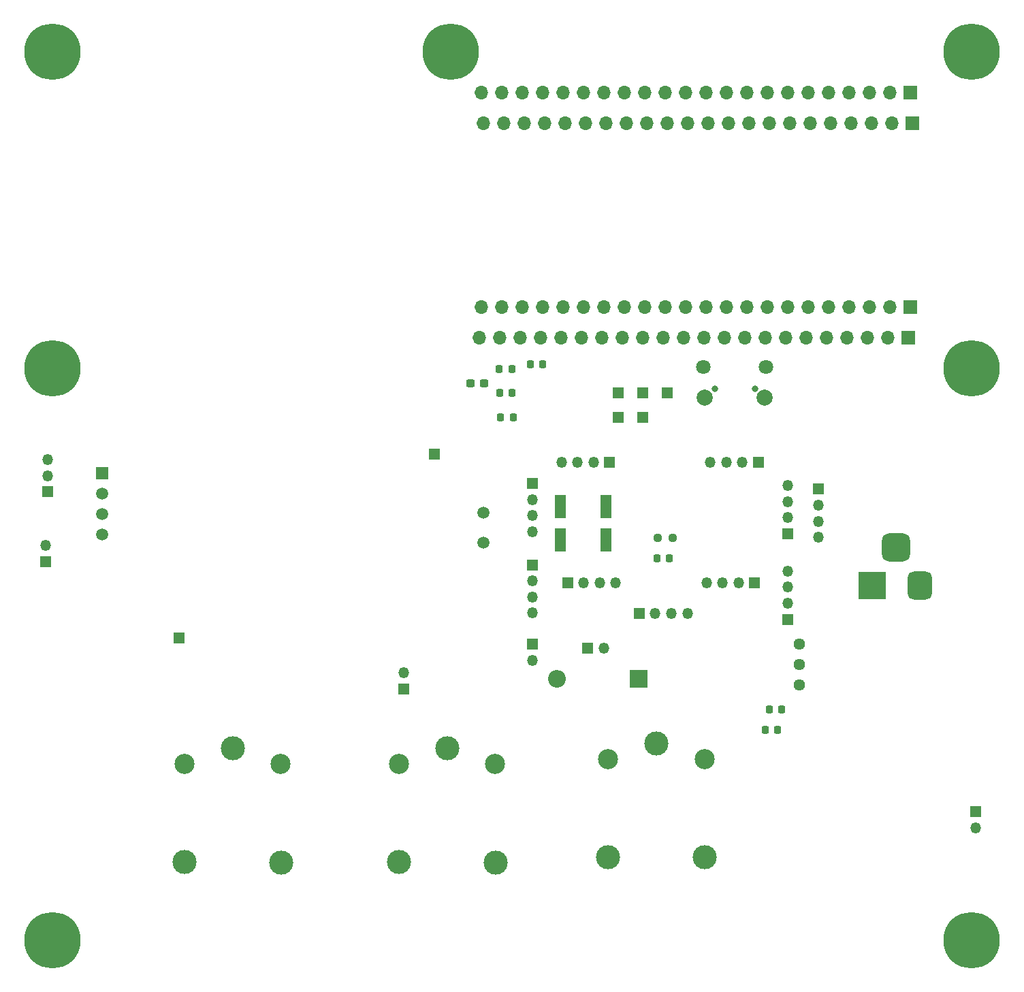
<source format=gbr>
%TF.GenerationSoftware,KiCad,Pcbnew,8.0.4*%
%TF.CreationDate,2024-10-02T08:39:37+07:00*%
%TF.ProjectId,Schematic_editted,53636865-6d61-4746-9963-5f6564697474,rev?*%
%TF.SameCoordinates,Original*%
%TF.FileFunction,Soldermask,Bot*%
%TF.FilePolarity,Negative*%
%FSLAX46Y46*%
G04 Gerber Fmt 4.6, Leading zero omitted, Abs format (unit mm)*
G04 Created by KiCad (PCBNEW 8.0.4) date 2024-10-02 08:39:37*
%MOMM*%
%LPD*%
G01*
G04 APERTURE LIST*
G04 Aperture macros list*
%AMRoundRect*
0 Rectangle with rounded corners*
0 $1 Rounding radius*
0 $2 $3 $4 $5 $6 $7 $8 $9 X,Y pos of 4 corners*
0 Add a 4 corners polygon primitive as box body*
4,1,4,$2,$3,$4,$5,$6,$7,$8,$9,$2,$3,0*
0 Add four circle primitives for the rounded corners*
1,1,$1+$1,$2,$3*
1,1,$1+$1,$4,$5*
1,1,$1+$1,$6,$7*
1,1,$1+$1,$8,$9*
0 Add four rect primitives between the rounded corners*
20,1,$1+$1,$2,$3,$4,$5,0*
20,1,$1+$1,$4,$5,$6,$7,0*
20,1,$1+$1,$6,$7,$8,$9,0*
20,1,$1+$1,$8,$9,$2,$3,0*%
G04 Aperture macros list end*
%ADD10R,1.350000X1.350000*%
%ADD11O,1.350000X1.350000*%
%ADD12R,1.500000X1.500000*%
%ADD13C,1.500000*%
%ADD14C,0.800000*%
%ADD15C,1.800000*%
%ADD16C,2.000000*%
%ADD17R,1.700000X1.700000*%
%ADD18O,1.700000X1.700000*%
%ADD19R,2.200000X2.200000*%
%ADD20O,2.200000X2.200000*%
%ADD21C,7.000000*%
%ADD22C,3.000000*%
%ADD23C,2.500000*%
%ADD24C,1.440000*%
%ADD25R,3.500000X3.500000*%
%ADD26RoundRect,0.750000X0.750000X1.000000X-0.750000X1.000000X-0.750000X-1.000000X0.750000X-1.000000X0*%
%ADD27RoundRect,0.875000X0.875000X0.875000X-0.875000X0.875000X-0.875000X-0.875000X0.875000X-0.875000X0*%
%ADD28RoundRect,0.225000X-0.225000X-0.250000X0.225000X-0.250000X0.225000X0.250000X-0.225000X0.250000X0*%
%ADD29RoundRect,0.225000X0.225000X0.250000X-0.225000X0.250000X-0.225000X-0.250000X0.225000X-0.250000X0*%
%ADD30RoundRect,0.237500X0.300000X0.237500X-0.300000X0.237500X-0.300000X-0.237500X0.300000X-0.237500X0*%
%ADD31RoundRect,0.237500X0.250000X0.237500X-0.250000X0.237500X-0.250000X-0.237500X0.250000X-0.237500X0*%
%ADD32R,1.430000X2.850000*%
G04 APERTURE END LIST*
D10*
%TO.C,J26*%
X155496000Y-106680000D03*
D11*
X157496000Y-106680000D03*
X159496000Y-106680000D03*
X161496000Y-106680000D03*
%TD*%
D10*
%TO.C,J24*%
X142224000Y-100632000D03*
D11*
X142224000Y-102632000D03*
X142224000Y-104632000D03*
X142224000Y-106632000D03*
%TD*%
D12*
%TO.C,U9*%
X88735900Y-89211000D03*
D13*
X88735900Y-91751000D03*
X88735900Y-94291000D03*
X88735900Y-96831000D03*
%TD*%
D14*
%TO.C,J13*%
X169875000Y-78774000D03*
X164875000Y-78774000D03*
D15*
X171250000Y-76024000D03*
D16*
X171100000Y-79824000D03*
X163650000Y-79824000D03*
D15*
X163500000Y-76024000D03*
%TD*%
D10*
%TO.C,J23*%
X142224000Y-90520000D03*
D11*
X142224000Y-92520000D03*
X142224000Y-94520000D03*
X142224000Y-96520000D03*
%TD*%
D10*
%TO.C,J21*%
X170322000Y-87884000D03*
D11*
X168322000Y-87884000D03*
X166322000Y-87884000D03*
X164322000Y-87884000D03*
%TD*%
D10*
%TO.C,J31*%
X130034000Y-86864000D03*
%TD*%
D17*
%TO.C,J4*%
X189230000Y-41910000D03*
D18*
X186690000Y-41910000D03*
X184150000Y-41910000D03*
X181610000Y-41910000D03*
X179070000Y-41910000D03*
X176530000Y-41910000D03*
X173990000Y-41910000D03*
X171450000Y-41910000D03*
X168910000Y-41910000D03*
X166370000Y-41910000D03*
X163830000Y-41910000D03*
X161290000Y-41910000D03*
X158750000Y-41910000D03*
X156210000Y-41910000D03*
X153670000Y-41910000D03*
X151130000Y-41910000D03*
X148590000Y-41910000D03*
X146050000Y-41910000D03*
X143510000Y-41910000D03*
X140970000Y-41910000D03*
X138430000Y-41910000D03*
X135890000Y-41910000D03*
%TD*%
D10*
%TO.C,J12*%
X155940000Y-79248000D03*
%TD*%
%TO.C,J28*%
X173974000Y-96774000D03*
D11*
X173974000Y-94774000D03*
X173974000Y-92774000D03*
X173974000Y-90774000D03*
%TD*%
D10*
%TO.C,OP_AMP_3*%
X126224000Y-116074000D03*
D11*
X126224000Y-114074000D03*
%TD*%
D10*
%TO.C,J14*%
X152892000Y-82296000D03*
%TD*%
D19*
%TO.C,D18*%
X155434000Y-114804000D03*
D20*
X145274000Y-114804000D03*
%TD*%
D10*
%TO.C,J16*%
X177784000Y-91218000D03*
D11*
X177784000Y-93218000D03*
X177784000Y-95218000D03*
X177784000Y-97218000D03*
%TD*%
D10*
%TO.C,J39*%
X142240000Y-110490000D03*
D11*
X142240000Y-112490000D03*
%TD*%
D10*
%TO.C,J15*%
X152892000Y-79248000D03*
%TD*%
D21*
%TO.C,H3*%
X132080000Y-36830000D03*
%TD*%
D10*
%TO.C,J17*%
X149084000Y-110994000D03*
D11*
X151084000Y-110994000D03*
%TD*%
D22*
%TO.C,K3*%
X157674000Y-122814000D03*
D23*
X151624000Y-124764000D03*
D22*
X151624000Y-136964000D03*
X163674000Y-137014000D03*
D23*
X163624000Y-124764000D03*
%TD*%
D21*
%TO.C,H4*%
X82550000Y-76200000D03*
%TD*%
D13*
%TO.C,Y1*%
X136128000Y-94112000D03*
X136128000Y-97912000D03*
%TD*%
D10*
%TO.C,J25*%
X146590000Y-102870000D03*
D11*
X148590000Y-102870000D03*
X150590000Y-102870000D03*
X152590000Y-102870000D03*
%TD*%
D10*
%TO.C,J1*%
X81674700Y-100244000D03*
D11*
X81674700Y-98244000D03*
%TD*%
D10*
%TO.C,J22*%
X151828000Y-87884000D03*
D11*
X149828000Y-87884000D03*
X147828000Y-87884000D03*
X145828000Y-87884000D03*
%TD*%
D21*
%TO.C,H7*%
X82550000Y-76200000D03*
%TD*%
D17*
%TO.C,J18*%
X189480000Y-45720000D03*
D18*
X186940000Y-45720000D03*
X184400000Y-45720000D03*
X181860000Y-45720000D03*
X179320000Y-45720000D03*
X176780000Y-45720000D03*
X174240000Y-45720000D03*
X171700000Y-45720000D03*
X169160000Y-45720000D03*
X166620000Y-45720000D03*
X164080000Y-45720000D03*
X161540000Y-45720000D03*
X159000000Y-45720000D03*
X156460000Y-45720000D03*
X153920000Y-45720000D03*
X151380000Y-45720000D03*
X148840000Y-45720000D03*
X146300000Y-45720000D03*
X143760000Y-45720000D03*
X141220000Y-45720000D03*
X138680000Y-45720000D03*
X136140000Y-45720000D03*
%TD*%
D10*
%TO.C,J3*%
X81979500Y-91547800D03*
D11*
X81979500Y-89547800D03*
X81979500Y-87547800D03*
%TD*%
D10*
%TO.C,J32*%
X98284000Y-109724000D03*
%TD*%
D21*
%TO.C,H1*%
X82550000Y-36830000D03*
%TD*%
D10*
%TO.C,J20*%
X173974000Y-107410000D03*
D11*
X173974000Y-105410000D03*
X173974000Y-103410000D03*
X173974000Y-101410000D03*
%TD*%
D21*
%TO.C,H6*%
X196850000Y-147320000D03*
%TD*%
D10*
%TO.C,J30*%
X158988000Y-79248000D03*
%TD*%
%TO.C,J11*%
X197344000Y-131314000D03*
D11*
X197344000Y-133314000D03*
%TD*%
D17*
%TO.C,J19*%
X189230000Y-68580000D03*
D18*
X186690000Y-68580000D03*
X184150000Y-68580000D03*
X181610000Y-68580000D03*
X179070000Y-68580000D03*
X176530000Y-68580000D03*
X173990000Y-68580000D03*
X171450000Y-68580000D03*
X168910000Y-68580000D03*
X166370000Y-68580000D03*
X163830000Y-68580000D03*
X161290000Y-68580000D03*
X158750000Y-68580000D03*
X156210000Y-68580000D03*
X153670000Y-68580000D03*
X151130000Y-68580000D03*
X148590000Y-68580000D03*
X146050000Y-68580000D03*
X143510000Y-68580000D03*
X140970000Y-68580000D03*
X138430000Y-68580000D03*
X135890000Y-68580000D03*
%TD*%
D24*
%TO.C,RV4*%
X175407063Y-110517763D03*
X175407063Y-113057763D03*
X175407063Y-115597763D03*
%TD*%
D10*
%TO.C,J27*%
X169862000Y-102870000D03*
D11*
X167862000Y-102870000D03*
X165862000Y-102870000D03*
X163862000Y-102870000D03*
%TD*%
D21*
%TO.C,H2*%
X196850000Y-36830000D03*
%TD*%
%TO.C,H8*%
X196850000Y-76200000D03*
%TD*%
%TO.C,H5*%
X82550000Y-147320000D03*
%TD*%
D17*
%TO.C,J5*%
X188970000Y-72390000D03*
D18*
X186430000Y-72390000D03*
X183890000Y-72390000D03*
X181350000Y-72390000D03*
X178810000Y-72390000D03*
X176270000Y-72390000D03*
X173730000Y-72390000D03*
X171190000Y-72390000D03*
X168650000Y-72390000D03*
X166110000Y-72390000D03*
X163570000Y-72390000D03*
X161030000Y-72390000D03*
X158490000Y-72390000D03*
X155950000Y-72390000D03*
X153410000Y-72390000D03*
X150870000Y-72390000D03*
X148330000Y-72390000D03*
X145790000Y-72390000D03*
X143250000Y-72390000D03*
X140710000Y-72390000D03*
X138170000Y-72390000D03*
X135630000Y-72390000D03*
%TD*%
D25*
%TO.C,J37*%
X184442237Y-103175737D03*
D26*
X190442237Y-103175737D03*
D27*
X187442237Y-98475737D03*
%TD*%
D22*
%TO.C,K1*%
X104984000Y-123464000D03*
D23*
X98934000Y-125414000D03*
D22*
X98934000Y-137614000D03*
X110984000Y-137664000D03*
D23*
X110934000Y-125414000D03*
%TD*%
D10*
%TO.C,J29*%
X155940000Y-82296000D03*
%TD*%
D22*
%TO.C,K2*%
X131654000Y-123464000D03*
D23*
X125604000Y-125414000D03*
D22*
X125604000Y-137614000D03*
X137654000Y-137664000D03*
D23*
X137604000Y-125414000D03*
%TD*%
D28*
%TO.C,C35*%
X171169000Y-121154000D03*
X172719000Y-121154000D03*
%TD*%
D29*
%TO.C,104\u002C2*%
X139824000Y-82321400D03*
X138274000Y-82321400D03*
%TD*%
%TO.C,C9*%
X139697000Y-79248000D03*
X138147000Y-79248000D03*
%TD*%
%TO.C,C2*%
X139646200Y-76327000D03*
X138096200Y-76327000D03*
%TD*%
D28*
%TO.C,C1*%
X141957000Y-75692000D03*
X143507000Y-75692000D03*
%TD*%
D30*
%TO.C,104\u002C4*%
X136215500Y-78036250D03*
X134490500Y-78036250D03*
%TD*%
D28*
%TO.C,105\u002C1*%
X157705000Y-99822000D03*
X159255000Y-99822000D03*
%TD*%
%TO.C,C34*%
X171664000Y-118614000D03*
X173214000Y-118614000D03*
%TD*%
D31*
%TO.C,R3\u002C2*%
X159646500Y-97282000D03*
X157821500Y-97282000D03*
%TD*%
D32*
%TO.C,Y2*%
X145738000Y-93429000D03*
X151368000Y-93429000D03*
X151368000Y-97579000D03*
X145738000Y-97579000D03*
%TD*%
M02*

</source>
